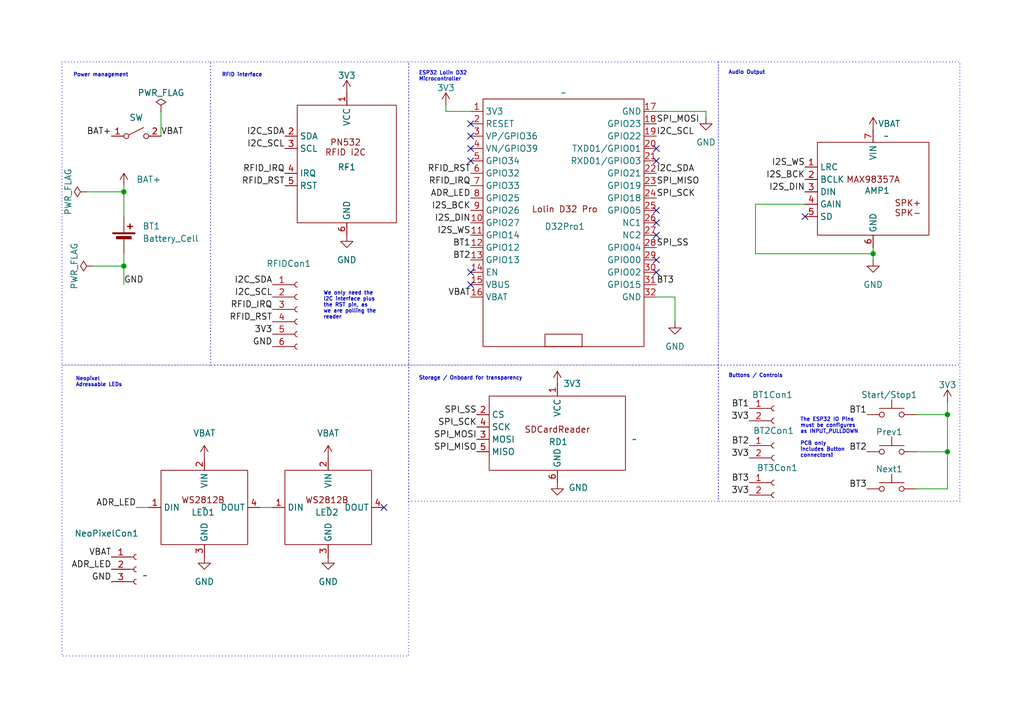
<source format=kicad_sch>
(kicad_sch (version 20250114) (generator "eeschema") (generator_version "9.0")
  (paper "A5")
  (title_block (title "ESP32 Musicbox Lolin D32 Pro") (rev "1.1") (company "Mirko Sertic"))
  (lib_symbols
    (symbol "Connector:Conn_01x02_Socket" (pin_names (offset 1.016) (hide yes))
      (property "Reference" "J" (at 0 2.54 0))
      (property "Value" "Conn_01x02_Socket" (at 0 -5.08 0))
      (symbol "Conn_01x02_Socket_1_1"
        (polyline (pts (xy -1.27 0) (xy -0.508 0)) (stroke (width 0.1524)))
        (polyline (pts (xy -1.27 -2.54) (xy -0.508 -2.54)) (stroke (width 0.1524)))
        (arc (start 0 -0.508) (mid -0.5058 0) (end 0 0.508) (stroke (width 0.1524)))
        (arc (start 0 -3.048) (mid -0.5058 -2.54) (end 0 -2.032) (stroke (width 0.1524)))
        (pin passive line (at -5.08 0 0) (length 3.81) (name "Pin_1") (number "1"))
        (pin passive line (at -5.08 -2.54 0) (length 3.81) (name "Pin_2") (number "2"))
      )
    )
    (symbol "Connector:Conn_01x03_Socket" (pin_names (offset 1.016) (hide yes))
      (property "Reference" "J" (at 0 5.08 0))
      (property "Value" "Conn_01x03_Socket" (at 0 -5.08 0))
      (symbol "Conn_01x03_Socket_1_1"
        (polyline (pts (xy -1.27 2.54) (xy -0.508 2.54)) (stroke (width 0.1524)))
        (polyline (pts (xy -1.27 0) (xy -0.508 0)) (stroke (width 0.1524)))
        (polyline (pts (xy -1.27 -2.54) (xy -0.508 -2.54)) (stroke (width 0.1524)))
        (arc (start 0 2.032) (mid -0.5058 2.54) (end 0 3.048) (stroke (width 0.1524)))
        (arc (start 0 -0.508) (mid -0.5058 0) (end 0 0.508) (stroke (width 0.1524)))
        (arc (start 0 -3.048) (mid -0.5058 -2.54) (end 0 -2.032) (stroke (width 0.1524)))
        (pin passive line (at -5.08 2.54 0) (length 3.81) (name "Pin_1") (number "1"))
        (pin passive line (at -5.08 0 0) (length 3.81) (name "Pin_2") (number "2"))
        (pin passive line (at -5.08 -2.54 0) (length 3.81) (name "Pin_3") (number "3"))
      )
    )
    (symbol "Connector:Conn_01x06_Socket" (pin_names (offset 1.016) (hide yes))
      (property "Reference" "J" (at 0 7.62 0))
      (property "Value" "Conn_01x06_Socket" (at 0 -10.16 0))
      (symbol "Conn_01x06_Socket_1_1"
        (polyline (pts (xy -1.27 5.08) (xy -0.508 5.08)) (stroke (width 0.1524)))
        (polyline (pts (xy -1.27 2.54) (xy -0.508 2.54)) (stroke (width 0.1524)))
        (polyline (pts (xy -1.27 0) (xy -0.508 0)) (stroke (width 0.1524)))
        (polyline (pts (xy -1.27 -2.54) (xy -0.508 -2.54)) (stroke (width 0.1524)))
        (polyline (pts (xy -1.27 -5.08) (xy -0.508 -5.08)) (stroke (width 0.1524)))
        (polyline (pts (xy -1.27 -7.62) (xy -0.508 -7.62)) (stroke (width 0.1524)))
        (arc (start 0 4.572) (mid -0.5058 5.08) (end 0 5.588) (stroke (width 0.1524)))
        (arc (start 0 2.032) (mid -0.5058 2.54) (end 0 3.048) (stroke (width 0.1524)))
        (arc (start 0 -0.508) (mid -0.5058 0) (end 0 0.508) (stroke (width 0.1524)))
        (arc (start 0 -3.048) (mid -0.5058 -2.54) (end 0 -2.032) (stroke (width 0.1524)))
        (arc (start 0 -5.588) (mid -0.5058 -5.08) (end 0 -4.572) (stroke (width 0.1524)))
        (arc (start 0 -8.128) (mid -0.5058 -7.62) (end 0 -7.112) (stroke (width 0.1524)))
        (pin passive line (at -5.08 5.08 0) (length 3.81) (name "Pin_1") (number "1"))
        (pin passive line (at -5.08 2.54 0) (length 3.81) (name "Pin_2") (number "2"))
        (pin passive line (at -5.08 0 0) (length 3.81) (name "Pin_3") (number "3"))
        (pin passive line (at -5.08 -2.54 0) (length 3.81) (name "Pin_4") (number "4"))
        (pin passive line (at -5.08 -5.08 0) (length 3.81) (name "Pin_5") (number "5"))
        (pin passive line (at -5.08 -7.62 0) (length 3.81) (name "Pin_6") (number "6"))
      )
    )
    (symbol "Device:Battery_Cell" (pin_numbers (hide yes)) (pin_names (offset 0) (hide yes))
      (property "Reference" "BT" (at 2.54 2.54 0))
      (property "Value" "Battery_Cell" (at 2.54 0 0))
      (symbol "Battery_Cell_0_1"
        (rectangle (start -2.286 1.778) (end 2.286 1.524) (fill (type outline)))
        (rectangle (start -1.524 1.016) (end 1.524 0.508) (fill (type outline)))
        (polyline (pts (xy 0 1.778) (xy 0 2.54)))
        (polyline (pts (xy 0 0.762) (xy 0 0)))
        (polyline (pts (xy 0.762 3.048) (xy 1.778 3.048)) (stroke (width 0.254)))
        (polyline (pts (xy 1.27 3.556) (xy 1.27 2.54)) (stroke (width 0.254)))
      )
      (symbol "Battery_Cell_1_1"
        (pin passive line (at 0 5.08 270) (length 2.54) (name "+") (number "1"))
        (pin passive line (at 0 -2.54 90) (length 2.54) (name "-") (number "2"))
      )
    )
    (symbol "Switch:SW_DPST_x2" (pin_names (offset 0) (hide yes))
      (property "Reference" "SW" (at 0 3.175 0))
      (property "Value" "SW_DPST_x2" (at 0 -2.54 0))
      (symbol "SW_DPST_x2_0_0"
        (circle (center -2.032 0) (radius 0.508))
        (polyline (pts (xy -1.524 0.254) (xy 1.524 1.778)))
        (circle (center 2.032 0) (radius 0.508))
      )
      (symbol "SW_DPST_x2_1_1"
        (pin passive line (at -5.08 0 0) (length 2.54) (name "A") (number "1"))
        (pin passive line (at 5.08 0 180) (length 2.54) (name "B") (number "2"))
      )
      (symbol "SW_DPST_x2_2_1"
        (pin passive line (at -5.08 0 0) (length 2.54) (name "A") (number "3"))
        (pin passive line (at 5.08 0 180) (length 2.54) (name "B") (number "4"))
      )
    )
    (symbol "Switch:SW_Push" (pin_numbers (hide yes)) (pin_names (offset 1.016) (hide yes))
      (property "Reference" "SW" (at 1.27 2.54 0))
      (property "Value" "SW_Push" (at 0 -1.524 0))
      (symbol "SW_Push_0_1"
        (circle (center -2.032 0) (radius 0.508))
        (polyline (pts (xy 0 1.27) (xy 0 3.048)))
        (circle (center 2.032 0) (radius 0.508))
        (polyline (pts (xy 2.54 1.27) (xy -2.54 1.27)))
        (pin passive line (at -5.08 0 0) (length 2.54) (name "1") (number "1"))
        (pin passive line (at 5.08 0 180) (length 2.54) (name "2") (number "2"))
      )
    )
    (symbol "custom_parts:Lolin_D32_Pro"
      (property "Reference" "U" (at 0 0 0))
      (symbol "Lolin_D32_Pro_0_1"
        (rectangle (start -16.51 27.94) (end 16.51 -22.86))
        (rectangle (start -3.81 -20.32) (end 3.81 -22.86))
      )
      (symbol "Lolin_D32_Pro_1_1"
        (text "Lolin D32 Pro" (at 0.254 5.334 0) (effects (font (size 1.27 1.27))))
        (pin power_in line (at -19.05 25.4 0) (length 2.54) (name "3V3") (number "1"))
        (pin input line (at -19.05 22.86 0) (length 2.54) (name "RESET") (number "2"))
        (pin input line (at -19.05 20.32 0) (length 2.54) (name "VP/GPIO36") (number "3"))
        (pin input line (at -19.05 17.78 0) (length 2.54) (name "VN/GPIO39") (number "4"))
        (pin input line (at -19.05 15.24 0) (length 2.54) (name "GPIO34") (number "5"))
        (pin input line (at -19.05 12.7 0) (length 2.54) (name "GPIO32") (number "6"))
        (pin bidirectional line (at -19.05 10.16 0) (length 2.54) (name "GPIO33") (number "7"))
        (pin bidirectional line (at -19.05 7.62 0) (length 2.54) (name "GPIO25") (number "8"))
        (pin bidirectional line (at -19.05 5.08 0) (length 2.54) (name "GPIO26") (number "9"))
        (pin bidirectional line (at -19.05 2.54 0) (length 2.54) (name "GPIO27") (number "10"))
        (pin bidirectional line (at -19.05 0 0) (length 2.54) (name "GPIO14") (number "11"))
        (pin bidirectional line (at -19.05 -2.54 0) (length 2.54) (name "GPIO12") (number "12"))
        (pin bidirectional line (at -19.05 -5.08 0) (length 2.54) (name "GPIO13") (number "13"))
        (pin bidirectional line (at -19.05 -7.62 0) (length 2.54) (name "EN") (number "14"))
        (pin power_in line (at -19.05 -10.16 0) (length 2.54) (name "VBUS") (number "15"))
        (pin power_in line (at -19.05 -12.7 0) (length 2.54) (name "VBAT") (number "16"))
        (pin power_in line (at 19.05 25.4 180) (length 2.54) (name "GND") (number "17"))
        (pin bidirectional line (at 19.05 22.86 180) (length 2.54) (name "GPIO23") (number "18"))
        (pin bidirectional line (at 19.05 20.32 180) (length 2.54) (name "GPIO22") (number "19"))
        (pin bidirectional line (at 19.05 17.78 180) (length 2.54) (name "TXD01/GPIO01") (number "20"))
        (pin bidirectional line (at 19.05 15.24 180) (length 2.54) (name "RXD01/GPIO03") (number "21"))
        (pin bidirectional line (at 19.05 12.7 180) (length 2.54) (name "GPIO21") (number "22"))
        (pin bidirectional line (at 19.05 10.16 180) (length 2.54) (name "GPIO19") (number "23"))
        (pin bidirectional line (at 19.05 7.62 180) (length 2.54) (name "GPIO18") (number "24"))
        (pin bidirectional line (at 19.05 5.08 180) (length 2.54) (name "GPIO05") (number "25"))
        (pin bidirectional line (at 19.05 2.54 180) (length 2.54) (name "NC1") (number "26"))
        (pin bidirectional line (at 19.05 0 180) (length 2.54) (name "NC2") (number "27"))
        (pin bidirectional line (at 19.05 -2.54 180) (length 2.54) (name "GPIO04") (number "28"))
        (pin bidirectional line (at 19.05 -5.08 180) (length 2.54) (name "GPIO00") (number "29"))
        (pin bidirectional line (at 19.05 -7.62 180) (length 2.54) (name "GPIO02") (number "30"))
        (pin bidirectional line (at 19.05 -10.16 180) (length 2.54) (name "GPIO15") (number "31"))
        (pin power_in line (at 19.05 -12.7 180) (length 2.54) (name "GND") (number "32"))
      )
    )
    (symbol "custom_parts:MAX98357A"
      (property "Reference" "U" (at 0 -0.254 0))
      (symbol "MAX98357A_0_1"
        (rectangle (start -11.43 10.16) (end 11.43 -8.89))
      )
      (symbol "MAX98357A_1_1"
        (text "MAX98357A\n" (at 0 2.54 0) (effects (font (size 1.27 1.27))))
        (text "SPK+\nSPK-\n" (at 7.112 -3.302 0) (effects (font (size 1.27 1.27))))
        (pin input line (at -13.97 5.08 0) (length 2.54) (name "LRC") (number "1"))
        (pin input line (at -13.97 2.54 0) (length 2.54) (name "BCLK") (number "2"))
        (pin input line (at -13.97 0 0) (length 2.54) (name "DIN") (number "3"))
        (pin input line (at -13.97 -2.54 0) (length 2.54) (name "GAIN") (number "4"))
        (pin input line (at -13.97 -5.08 0) (length 2.54) (name "SD") (number "5"))
        (pin power_in line (at 0 12.7 270) (length 2.54) (name "VIN") (number "7"))
        (pin power_in line (at 0 -11.43 90) (length 2.54) (name "GND") (number "6"))
      )
    )
    (symbol "custom_parts:PN532"
      (property "Reference" "U" (at 0 0 0))
      (symbol "PN532_0_1"
        (rectangle (start -10.16 12.7) (end 10.16 -11.43))
      )
      (symbol "PN532_1_1"
        (text "PN532\nRFID I2C" (at -0.254 4.064 0) (effects (font (size 1.27 1.27))))
        (pin bidirectional line (at -12.7 6.35 0) (length 2.54) (name "SDA") (number "2"))
        (pin input line (at -12.7 3.81 0) (length 2.54) (name "SCL") (number "3"))
        (pin output line (at -12.7 -1.27 0) (length 2.54) (name "IRQ") (number "4"))
        (pin input line (at -12.7 -3.81 0) (length 2.54) (name "RST") (number "5"))
        (pin power_in line (at 0 15.24 270) (length 2.54) (name "VCC") (number "1"))
        (pin power_in line (at 0 -13.97 90) (length 2.54) (name "GND") (number "6"))
      )
    )
    (symbol "custom_parts:SDCardReader"
      (property "Reference" "U" (at -0.254 -1.524 0))
      (symbol "SDCardReader_0_1"
        (rectangle (start -13.97 7.62) (end 13.97 -7.62))
      )
      (symbol "SDCardReader_1_1"
        (text "SDCardReader" (at 0 0.762 0) (effects (font (size 1.27 1.27))))
        (pin bidirectional line (at -16.51 3.81 0) (length 2.54) (name "CS") (number "2"))
        (pin bidirectional line (at -16.51 1.27 0) (length 2.54) (name "SCK") (number "4"))
        (pin bidirectional line (at -16.51 -1.27 0) (length 2.54) (name "MOSI") (number "3"))
        (pin bidirectional line (at -16.51 -3.81 0) (length 2.54) (name "MISO") (number "5"))
        (pin power_in line (at 0 10.16 270) (length 2.54) (name "VCC") (number "1"))
        (pin power_in line (at 0 -10.16 90) (length 2.54) (name "GND") (number "6"))
      )
    )
    (symbol "custom_parts:WS2812B"
      (property "Reference" "U" (at 0 -1.524 0))
      (symbol "WS2812B_0_1"
        (rectangle (start -8.89 7.62) (end 8.89 -7.62))
      )
      (symbol "WS2812B_1_1"
        (text "WS2812B" (at -0.254 1.524 0) (effects (font (size 1.27 1.27))))
        (pin input line (at -11.43 0 0) (length 2.54) (name "DIN") (number "1"))
        (pin power_in line (at 0 10.16 270) (length 2.54) (name "VIN") (number "2"))
        (pin power_in line (at 0 -10.16 90) (length 2.54) (name "GND") (number "3"))
        (pin output line (at 11.43 0 180) (length 2.54) (name "DOUT") (number "4"))
      )
    )
    (symbol "power:+3V8" (power) (pin_numbers (hide yes)) (pin_names (offset 0) (hide yes))
      (property "Value" "+3V8" (at 0 3.556 0))
      (symbol "+3V8_0_1"
        (polyline (pts (xy -0.762 1.27) (xy 0 2.54)))
        (polyline (pts (xy 0 2.54) (xy 0.762 1.27)))
        (polyline (pts (xy 0 0) (xy 0 2.54)))
      )
      (symbol "+3V8_1_1"
        (pin power_in line (at 0 0 90) (length 0) (name "~") (number "1"))
      )
    )
    (symbol "power:+5V" (power) (pin_numbers (hide yes)) (pin_names (offset 0) (hide yes))
      (property "Value" "+5V" (at 0 3.556 0))
      (symbol "+5V_0_1"
        (polyline (pts (xy -0.762 1.27) (xy 0 2.54)))
        (polyline (pts (xy 0 2.54) (xy 0.762 1.27)))
        (polyline (pts (xy 0 0) (xy 0 2.54)))
      )
      (symbol "+5V_1_1"
        (pin power_in line (at 0 0 90) (length 0) (name "~") (number "1"))
      )
    )
    (symbol "power:GND" (power) (pin_numbers (hide yes)) (pin_names (offset 0) (hide yes))
      (property "Value" "GND" (at 0 -3.81 0))
      (symbol "GND_0_1"
        (polyline (pts (xy 0 0) (xy 0 -1.27) (xy 1.27 -1.27) (xy 0 -2.54) (xy -1.27 -1.27) (xy 0 -1.27)))
      )
      (symbol "GND_1_1"
        (pin power_in line (at 0 0 270) (length 0) (name "~") (number "1"))
      )
    )
    (symbol "power:PWR_FLAG" (power) (pin_numbers (hide yes)) (pin_names (offset 0) (hide yes))
      (property "Value" "PWR_FLAG" (at 0 3.81 0))
      (symbol "PWR_FLAG_0_0"
        (pin power_out line (at 0 0 90) (length 0) (name "~") (number "1"))
      )
      (symbol "PWR_FLAG_0_1"
        (polyline (pts (xy 0 0) (xy 0 1.27) (xy -1.016 1.905) (xy 0 2.54) (xy 1.016 1.905) (xy 0 1.27)))
      )
    )
  )
  (rectangle (start 43.18 12.7) (end 83.82 74.93) (stroke (width 0) (type dot)))
  (rectangle (start 147.32 74.93) (end 196.85 102.87) (stroke (width 0) (type dot)))
  (rectangle (start 83.82 12.7) (end 147.32 74.93) (stroke (width 0) (type dot)))
  (rectangle (start 83.82 74.93) (end 147.32 102.87) (stroke (width 0) (type dot)))
  (rectangle (start 147.32 12.7) (end 196.85 74.93) (stroke (width 0) (type dot)))
  (rectangle (start 12.7 12.7) (end 43.18 74.93) (stroke (width 0) (type dot)))
  (rectangle (start 12.7 74.93) (end 83.82 134.62) (stroke (width 0) (type dot)))
  (text "Power management\n" (at 14.986 15.494 0) (effects (font (size 0.762 0.762)) (justify left)))
  (text "Audio Output\n" (at 149.352 14.986 0) (effects (font (size 0.762 0.762)) (justify left)))
  (text "Storage / Onboard for transparency\n" (at 85.852 77.724 0) (effects (font (size 0.762 0.762)) (justify left)))
  (text "Buttons / Controls" (at 149.352 77.216 0) (effects (font (size 0.762 0.762)) (justify left)))
  (text "RFID interface\n" (at 45.466 15.494 0) (effects (font (size 0.762 0.762)) (justify left)))
  (text "We only need the\nI2C interface plus\nthe RST pin, as\nwe are polling the\nreader" (at 66.294 62.738 0) (effects (font (size 0.762 0.762)) (justify left)))
  (text "Neopixel \nAdressable LEDs" (at 15.494 78.486 0) (effects (font (size 0.762 0.762)) (justify left)))
  (text "The ESP32 IO Pins\nmust be configures\nas INPUT_PULLDOWN\n\nPCB only \nincludes Button \nconnectors!" (at 164.084 89.916 0) (effects (font (size 0.762 0.762)) (justify left)))
  (text "ESP32 Lolin D32\nMicrocontroller" (at 85.852 15.748 0) (effects (font (size 0.762 0.762)) (justify left)))
  (junction (at 25.4 39.37))
  (junction (at 25.4 54.61))
  (junction (at 194.31 92.71))
  (junction (at 194.31 85.09))
  (junction (at 179.07 52.07))
  (no_connect (at 165.1 44.45))
  (no_connect (at 96.52 30.48))
  (no_connect (at 96.52 58.42))
  (no_connect (at 134.62 48.26))
  (no_connect (at 96.52 27.94))
  (no_connect (at 96.52 55.88))
  (no_connect (at 134.62 55.88))
  (no_connect (at 134.62 33.02))
  (no_connect (at 134.62 45.72))
  (no_connect (at 96.52 25.4))
  (no_connect (at 134.62 53.34))
  (no_connect (at 134.62 43.18))
  (no_connect (at 96.52 33.02))
  (no_connect (at 134.62 30.48))
  (no_connect (at 78.74 104.14))
  (wire (pts (xy 154.94 52.07) (xy 179.07 52.07)))
  (wire (pts (xy 30.48 104.14) (xy 27.94 104.14)))
  (wire (pts (xy 187.96 92.71) (xy 194.31 92.71)))
  (wire (pts (xy 19.05 54.61) (xy 25.4 54.61)))
  (wire (pts (xy 134.62 22.86) (xy 144.78 22.86)))
  (wire (pts (xy 187.96 85.09) (xy 194.31 85.09)))
  (wire (pts (xy 91.44 22.86) (xy 96.52 22.86)))
  (wire (pts (xy 17.78 39.37) (xy 25.4 39.37)))
  (wire (pts (xy 187.96 100.33) (xy 194.31 100.33)))
  (wire (pts (xy 53.34 104.14) (xy 55.88 104.14)))
  (wire (pts (xy 91.44 21.59) (xy 91.44 22.86)))
  (wire (pts (xy 194.31 85.09) (xy 194.31 92.71)))
  (wire (pts (xy 144.78 22.86) (xy 144.78 24.13)))
  (wire (pts (xy 33.02 22.86) (xy 33.02 27.94)))
  (wire (pts (xy 138.43 66.04) (xy 138.43 60.96)))
  (wire (pts (xy 179.07 53.34) (xy 179.07 52.07)))
  (wire (pts (xy 25.4 38.1) (xy 25.4 39.37)))
  (wire (pts (xy 179.07 52.07) (xy 179.07 50.8)))
  (wire (pts (xy 154.94 41.91) (xy 154.94 52.07)))
  (wire (pts (xy 25.4 54.61) (xy 25.4 52.07)))
  (wire (pts (xy 194.31 100.33) (xy 194.31 92.71)))
  (wire (pts (xy 154.94 41.91) (xy 165.1 41.91)))
  (wire (pts (xy 25.4 39.37) (xy 25.4 44.45)))
  (wire (pts (xy 25.4 58.42) (xy 25.4 54.61)))
  (wire (pts (xy 194.31 82.55) (xy 194.31 85.09)))
  (wire (pts (xy 134.62 60.96) (xy 138.43 60.96)))
  (label "SPI_SS" (at 97.79 85.09 180))
  (label "ADR_LED" (at 22.86 116.84 180))
  (label "BAT+" (at 22.86 27.94 180))
  (label "RFID_IRQ" (at 96.52 38.1 180))
  (label "BT2" (at 177.8 92.71 180))
  (label "GND" (at 25.4 58.42 0))
  (label "I2C_SCL" (at 134.62 27.94 0))
  (label "I2S_BCK" (at 165.1 36.83 180))
  (label "SPI_SCK" (at 134.62 40.64 0))
  (label "SPI_MOSI" (at 134.62 25.4 0))
  (label "I2C_SCL" (at 58.42 30.48 180))
  (label "3V3" (at 55.88 68.58 180))
  (label "VBAT" (at 96.52 60.96 180))
  (label "3V3" (at 153.67 101.6 180))
  (label "SPI_MISO" (at 134.62 38.1 0))
  (label "BT1" (at 153.67 83.82 180))
  (label "VBAT" (at 33.02 27.94 0))
  (label "I2C_SDA" (at 55.88 58.42 180))
  (label "I2S_BCK" (at 96.52 43.18 180))
  (label "ADR_LED" (at 96.52 40.64 180))
  (label "GND" (at 55.88 71.12 180))
  (label "BT3" (at 134.62 58.42 0))
  (label "I2S_WS" (at 165.1 34.29 180))
  (label "3V3" (at 153.67 93.98 180))
  (label "BT1" (at 177.8 85.09 180))
  (label "BT1" (at 96.52 50.8 180))
  (label "I2C_SDA" (at 134.62 35.56 0))
  (label "VBAT" (at 22.86 114.3 180))
  (label "BT3" (at 153.67 99.06 180))
  (label "I2C_SDA" (at 58.42 27.94 180))
  (label "I2S_DIN" (at 165.1 39.37 180))
  (label "GND" (at 22.86 119.38 180))
  (label "SPI_SCK" (at 97.79 87.63 180))
  (label "RFID_RST" (at 96.52 35.56 180))
  (label "BT3" (at 177.8 100.33 180))
  (label "RFID_RST" (at 55.88 66.04 180))
  (label "SPI_MOSI" (at 97.79 90.17 180))
  (label "3V3" (at 153.67 86.36 180))
  (label "BT2" (at 96.52 53.34 180))
  (label "RFID_IRQ" (at 55.88 63.5 180))
  (label "I2C_SCL" (at 55.88 60.96 180))
  (label "BT2" (at 153.67 91.44 180))
  (label "SPI_MISO" (at 97.79 92.71 180))
  (label "I2S_DIN" (at 96.52 45.72 180))
  (label "ADR_LED" (at 27.94 104.14 180))
  (label "RFID_IRQ" (at 58.42 35.56 180))
  (label "RFID_RST" (at 58.42 38.1 180))
  (label "SPI_SS" (at 134.62 50.8 0))
  (label "I2S_WS" (at 96.52 48.26 180))
  (symbol (lib_id "Switch:SW_Push") (at 182.88 100.33 0) (unit 1) (on_board no)
    (property "Reference" "Next1" (at 182.372 96.266 0))
    (property "Value" "Button" (effects (hide yes)))
    (property "Description" "Push button switch, generic, two pins" (effects (hide yes)))
  )
  (symbol (lib_id "power:GND") (at 41.91 114.3 0) (unit 1) (on_board no)
    (property "Reference" "#PWR08" (effects (hide yes)))
    (property "Value" "GND" (at 41.91 119.38 0))
    (property "Description" "Power symbol creates a global label with name \"GND\" , ground" (effects (hide yes)))
  )
  (symbol (lib_id "power:GND") (at 114.3 99.06 0) (unit 1)
    (property "Reference" "#PWR014" (effects (hide yes)))
    (property "Value" "GND" (at 118.618 100.076 0))
    (property "Description" "Power symbol creates a global label with name \"GND\" , ground" (effects (hide yes)))
  )
  (symbol (lib_id "Connector:Conn_01x02_Socket") (at 158.75 91.44 0) (unit 1)
    (property "Reference" "BT2Con1" (at 154.432 88.392 0) (effects (justify left)))
    (property "Footprint" "Connector_JST:JST_PH_B2B-PH-K_1x02_P2.00mm_Vertical" (effects (hide yes)))
    (property "Description" "Generic connector, single row, 01x02, script generated" (effects (hide yes)))
  )
  (symbol (lib_id "power:GND") (at 71.12 48.26 0) (unit 1) (on_board no)
    (property "Reference" "#PWR03" (effects (hide yes)))
    (property "Value" "GND" (at 71.12 53.34 0))
    (property "Description" "Power symbol creates a global label with name \"GND\" , ground" (effects (hide yes)))
  )
  (symbol (lib_id "Connector:Conn_01x02_Socket") (at 158.75 99.06 0) (unit 1)
    (property "Reference" "BT3Con1" (at 155.194 96.012 0) (effects (justify left)))
    (property "Footprint" "Connector_JST:JST_PH_B2B-PH-K_1x02_P2.00mm_Vertical" (effects (hide yes)))
    (property "Description" "Generic connector, single row, 01x02, script generated" (effects (hide yes)))
  )
  (symbol (lib_id "power:PWR_FLAG") (at 17.78 39.37 90) (unit 1) (on_board no)
    (property "Reference" "#FLG04" (effects (hide yes)))
    (property "Value" "PWR_FLAG" (at 13.97 39.37 0))
    (property "Description" "Special symbol for telling ERC where power comes from" (effects (hide yes)))
  )
  (symbol (lib_id "Switch:SW_Push") (at 182.88 92.71 0) (unit 1) (on_board no)
    (property "Reference" "Prev1" (at 182.372 88.646 0))
    (property "Value" "Button" (effects (hide yes)))
    (property "Description" "Push button switch, generic, two pins" (effects (hide yes)))
  )
  (symbol (lib_id "Device:Battery_Cell") (at 25.4 49.53 0) (unit 1) (on_board no)
    (property "Reference" "BT1" (at 29.21 46.4184 0) (effects (justify left)))
    (property "Value" "Battery_Cell" (at 29.21 48.9584 0) (effects (justify left)))
    (property "Description" "Single-cell battery" (effects (hide yes)))
  )
  (symbol (lib_id "custom_parts:WS2812B") (at 67.31 104.14 0) (unit 1) (on_board no)
    (property "Reference" "LED2" (at 67.056 105.156 0))
    (property "Value" "~" (at 67.31 104.14 0))
  )
  (symbol (lib_id "custom_parts:MAX98357A") (at 179.07 39.37 0) (unit 1)
    (property "Reference" "AMP1" (at 177.292 39.116 0) (effects (justify left)))
    (property "Value" "~" (at 181.2133 27.94 0) (effects (justify left)))
    (property "Footprint" "CustomFootprints:MAX98357A" (effects (hide yes)))
  )
  (symbol (lib_id "custom_parts:PN532") (at 71.12 34.29 0) (unit 1) (on_board no)
    (property "Reference" "RF1" (at 71.12 34.29 0))
    (property "Value" "~" (at 71.12 34.29 0))
  )
  (symbol (lib_id "custom_parts:SDCardReader") (at 114.3 88.9 0) (unit 1) (in_bom no) (on_board no)
    (property "Reference" "RD1" (at 112.522 90.678 0) (effects (justify left)))
    (property "Value" "~" (at 129.54 90.17 0) (effects (justify left)))
    (property "Footprint" "CustomFootprints:SDCardReader" (effects (hide yes)))
  )
  (symbol (lib_id "power:+3V8") (at 67.31 93.98 0) (unit 1) (on_board no)
    (property "Reference" "#PWR010" (effects (hide yes)))
    (property "Value" "VBAT" (at 67.31 88.9 0))
    (property "Description" "Power symbol creates a global label with name \"+3V8\"" (effects (hide yes)))
  )
  (symbol (lib_id "power:+3V8") (at 179.07 26.67 0) (unit 1)
    (property "Reference" "#PWR013" (effects (hide yes)))
    (property "Value" "VBAT" (at 182.372 25.4 0))
    (property "Description" "Power symbol creates a global label with name \"+3V8\"" (effects (hide yes)))
  )
  (symbol (lib_id "power:GND") (at 138.43 66.04 0) (unit 1) (on_board no)
    (property "Reference" "#PWR04" (effects (hide yes)))
    (property "Value" "GND" (at 138.43 71.12 0))
    (property "Description" "Power symbol creates a global label with name \"GND\" , ground" (effects (hide yes)))
  )
  (symbol (lib_id "power:GND") (at 144.78 24.13 0) (unit 1) (on_board no)
    (property "Reference" "#PWR05" (effects (hide yes)))
    (property "Value" "GND" (at 144.78 29.21 0))
    (property "Description" "Power symbol creates a global label with name \"GND\" , ground" (effects (hide yes)))
  )
  (symbol (lib_id "power:PWR_FLAG") (at 19.05 54.61 90) (unit 1) (on_board no)
    (property "Reference" "#FLG02" (effects (hide yes)))
    (property "Value" "PWR_FLAG" (at 15.24 54.61 0))
    (property "Description" "Special symbol for telling ERC where power comes from" (effects (hide yes)))
  )
  (symbol (lib_id "Connector:Conn_01x06_Socket") (at 60.96 63.5 0) (unit 1)
    (property "Reference" "RFIDCon1" (at 54.61 54.102 0) (effects (justify left)))
    (property "Value" "Conn_01x06_Socket" (effects (hide yes)))
    (property "Footprint" "Connector_JST:JST_PH_B6B-PH-K_1x06_P2.00mm_Vertical" (effects (hide yes)))
    (property "Description" "Generic connector, single row, 01x06, script generated" (effects (hide yes)))
  )
  (symbol (lib_id "custom_parts:WS2812B") (at 41.91 104.14 0) (unit 1) (on_board no)
    (property "Reference" "LED1" (at 41.656 105.156 0))
    (property "Value" "~" (at 41.91 104.14 0))
  )
  (symbol (lib_id "power:+5V") (at 194.31 82.55 0) (unit 1) (on_board no)
    (property "Reference" "#PWR016" (effects (hide yes)))
    (property "Value" "3V3" (at 194.31 78.994 0))
    (property "Description" "Power symbol creates a global label with name \"+5V\"" (effects (hide yes)))
  )
  (symbol (lib_id "Switch:SW_DPST_x2") (at 27.94 27.94 0) (unit 1) (on_board no)
    (property "Reference" "SW1" (effects (hide yes)))
    (property "Value" "SW" (at 27.94 24.13 0))
    (property "Description" "Single Pole Single Throw (SPST) switch, separate symbol" (effects (hide yes)))
  )
  (symbol (lib_id "power:GND") (at 179.07 53.34 0) (unit 1)
    (property "Reference" "#PWR011" (effects (hide yes)))
    (property "Value" "GND" (at 179.07 58.42 0))
    (property "Description" "Power symbol creates a global label with name \"GND\" , ground" (effects (hide yes)))
  )
  (symbol (lib_id "custom_parts:Lolin_D32_Pro") (at 115.57 48.26 0) (unit 1)
    (property "Reference" "D32Pro1" (at 115.824 46.482 0))
    (property "Value" "~" (at 115.57 19.05 0))
    (property "Footprint" "CustomFootprints:ESPD32Pro" (effects (hide yes)))
  )
  (symbol (lib_id "power:+5V") (at 91.44 21.59 0) (unit 1) (on_board no)
    (property "Reference" "#PWR01" (effects (hide yes)))
    (property "Value" "3V3" (at 91.44 18.034 0))
    (property "Description" "Power symbol creates a global label with name \"+5V\"" (effects (hide yes)))
  )
  (symbol (lib_id "Connector:Conn_01x02_Socket") (at 158.75 83.82 0) (unit 1)
    (property "Reference" "BT1Con1" (at 154.178 81.026 0) (effects (justify left)))
    (property "Footprint" "Connector_JST:JST_PH_B2B-PH-K_1x02_P2.00mm_Vertical" (effects (hide yes)))
    (property "Description" "Generic connector, single row, 01x02, script generated" (effects (hide yes)))
  )
  (symbol (lib_id "power:+5V") (at 114.3 78.74 0) (unit 1)
    (property "Reference" "#PWR015" (effects (hide yes)))
    (property "Value" "3V3" (at 117.348 78.74 0))
    (property "Description" "Power symbol creates a global label with name \"+5V\"" (effects (hide yes)))
  )
  (symbol (lib_id "power:GND") (at 67.31 114.3 0) (unit 1) (on_board no)
    (property "Reference" "#PWR012" (effects (hide yes)))
    (property "Value" "GND" (at 67.31 119.38 0))
    (property "Description" "Power symbol creates a global label with name \"GND\" , ground" (effects (hide yes)))
  )
  (symbol (lib_id "power:+5V") (at 71.12 19.05 0) (unit 1) (on_board no)
    (property "Reference" "#PWR07" (effects (hide yes)))
    (property "Value" "3V3" (at 71.12 15.494 0))
    (property "Description" "Power symbol creates a global label with name \"+5V\"" (effects (hide yes)))
  )
  (symbol (lib_id "power:PWR_FLAG") (at 33.02 22.86 0) (unit 1) (on_board no)
    (property "Reference" "#FLG01" (effects (hide yes)))
    (property "Value" "PWR_FLAG" (at 33.02 19.05 0))
    (property "Description" "Special symbol for telling ERC where power comes from" (effects (hide yes)))
  )
  (symbol (lib_id "Switch:SW_Push") (at 182.88 85.09 0) (unit 1) (on_board no)
    (property "Reference" "Start/Stop1" (at 182.372 81.026 0))
    (property "Value" "Button" (effects (hide yes)))
    (property "Description" "Push button switch, generic, two pins" (effects (hide yes)))
  )
  (symbol (lib_id "Connector:Conn_01x03_Socket") (at 27.94 116.84 0) (unit 1)
    (property "Reference" "NeoPixelCon1" (at 15.24 109.474 0) (effects (justify left)))
    (property "Value" "~" (at 29.21 118.1099 0) (effects (justify left)))
    (property "Footprint" "Connector_JST:JST_PH_B3B-PH-K_1x03_P2.00mm_Vertical" (effects (hide yes)))
    (property "Description" "Generic connector, single row, 01x03, script generated" (effects (hide yes)))
  )
  (symbol (lib_id "power:+3V8") (at 41.91 93.98 0) (unit 1) (on_board no)
    (property "Reference" "#PWR09" (effects (hide yes)))
    (property "Value" "VBAT" (at 41.91 88.9 0))
    (property "Description" "Power symbol creates a global label with name \"+3V8\"" (effects (hide yes)))
  )
  (symbol (lib_id "power:+5V") (at 25.4 38.1 0) (unit 1) (on_board no)
    (property "Reference" "#PWR02" (effects (hide yes)))
    (property "Value" "BAT+" (at 27.94 36.8299 0) (effects (justify left)))
    (property "Description" "Power symbol creates a global label with name \"+5V\"" (effects (hide yes)))
  )
)
</source>
